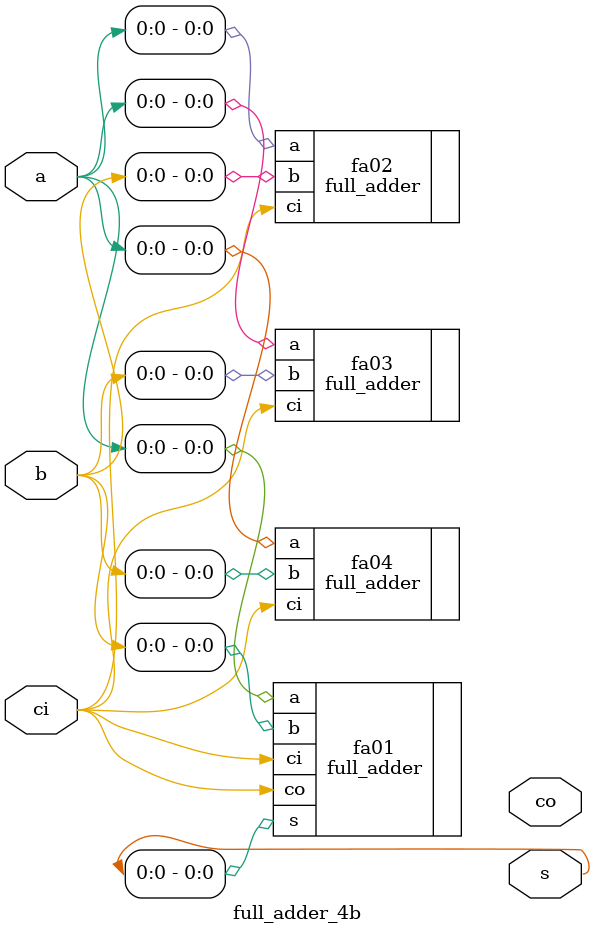
<source format=v>
`timescale 1ns / 1ps


module full_adder_4b(
    input [3:0] a, b,
    input ci,
    output [3:0] s,
    output co
    );
    full_adder fa01(.a(a[0]),.b(b[0]),.ci(ci),.s(s[0]),.co(ci));
    full_adder fa02(.a(a[0]),.b(b[0]),.ci(ci));
    full_adder fa03(.a(a[0]),.b(b[0]),.ci(ci));
    full_adder fa04(.a(a[0]),.b(b[0]),.ci(ci));
endmodule

</source>
